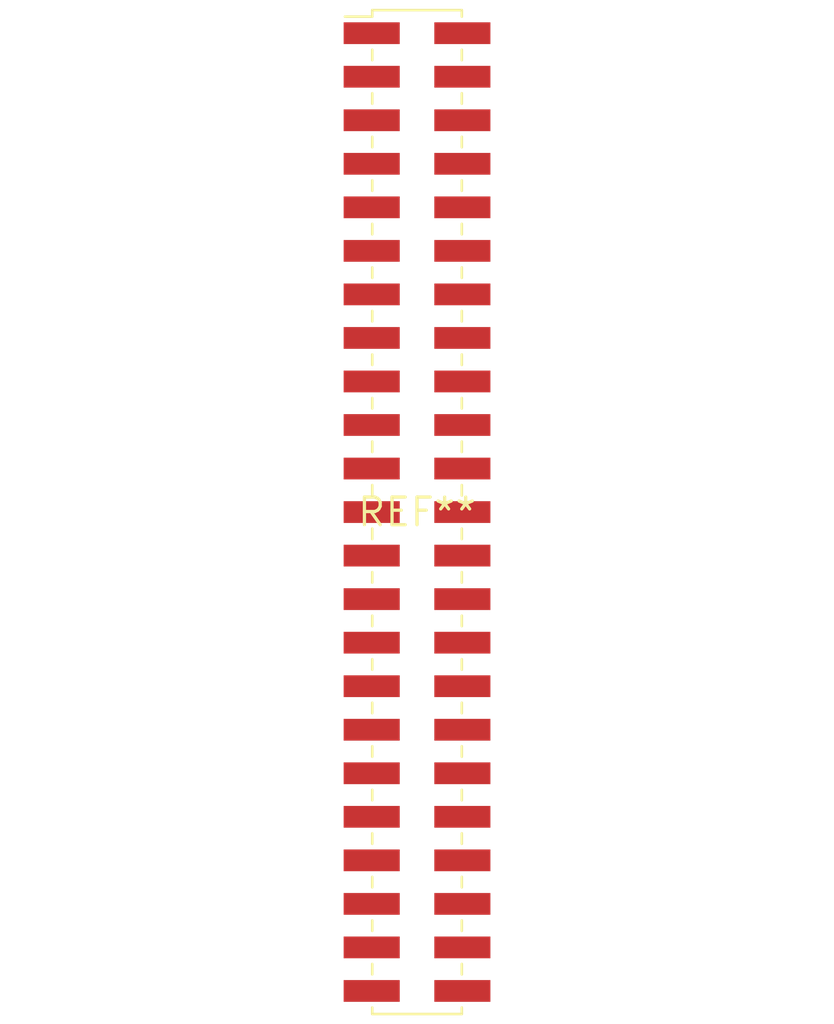
<source format=kicad_pcb>
(kicad_pcb (version 20240108) (generator pcbnew)
  (layers (0 "F.Cu" signal) (31 "B.Cu" signal) (34 "B.Paste" user) (35 "F.Paste" user) (36 "B.SilkS" user "B.Silkscreen") (37 "F.SilkS" user "F.Silkscreen") (38 "B.Mask" user) (39 "F.Mask" user) (44 "Edge.Cuts" user))
  (net 0 "")
  (footprint "PinHeader_2x23_P2.00mm_Vertical_SMD" (layer "F.Cu") (at 0 0)
    (property "Reference" "REF**")
    (property "Value" "PinHeader_2x23_P2.00mm_Vertical_SMD")
    (fp_line (start -3.315 -22.76) (end -2.06 -22.76) (layer "F.SilkS") (stroke (width 0.12)))
    (fp_line (start -2.06 -23.06) (end -2.06 -22.76) (layer "F.SilkS") (stroke (width 0.12)))
    (fp_line (start -2.06 -23.06) (end 2.06 -23.06) (layer "F.SilkS") (stroke (width 0.12)))
    (fp_line (start -2.06 -21.24) (end -2.06 -20.76) (layer "F.SilkS") (stroke (width 0.12)))
    (fp_line (start -2.06 -19.24) (end -2.06 -18.76) (layer "F.SilkS") (stroke (width 0.12)))
    (fp_line (start -2.06 -17.24) (end -2.06 -16.76) (layer "F.SilkS") (stroke (width 0.12)))
    (fp_line (start -2.06 -15.24) (end -2.06 -14.76) (layer "F.SilkS") (stroke (width 0.12)))
    (fp_line (start -2.06 -13.24) (end -2.06 -12.76) (layer "F.SilkS") (stroke (width 0.12)))
    (fp_line (start -2.06 -11.24) (end -2.06 -10.76) (layer "F.SilkS") (stroke (width 0.12)))
    (fp_line (start -2.06 -9.24) (end -2.06 -8.76) (layer "F.SilkS") (stroke (width 0.12)))
    (fp_line (start -2.06 -7.24) (end -2.06 -6.76) (layer "F.SilkS") (stroke (width 0.12)))
    (fp_line (start -2.06 -5.24) (end -2.06 -4.76) (layer "F.SilkS") (stroke (width 0.12)))
    (fp_line (start -2.06 -3.24) (end -2.06 -2.76) (layer "F.SilkS") (stroke (width 0.12)))
    (fp_line (start -2.06 -1.24) (end -2.06 -0.76) (layer "F.SilkS") (stroke (width 0.12)))
    (fp_line (start -2.06 0.76) (end -2.06 1.24) (layer "F.SilkS") (stroke (width 0.12)))
    (fp_line (start -2.06 2.76) (end -2.06 3.24) (layer "F.SilkS") (stroke (width 0.12)))
    (fp_line (start -2.06 4.76) (end -2.06 5.24) (layer "F.SilkS") (stroke (width 0.12)))
    (fp_line (start -2.06 6.76) (end -2.06 7.24) (layer "F.SilkS") (stroke (width 0.12)))
    (fp_line (start -2.06 8.76) (end -2.06 9.24) (layer "F.SilkS") (stroke (width 0.12)))
    (fp_line (start -2.06 10.76) (end -2.06 11.24) (layer "F.SilkS") (stroke (width 0.12)))
    (fp_line (start -2.06 12.76) (end -2.06 13.24) (layer "F.SilkS") (stroke (width 0.12)))
    (fp_line (start -2.06 14.76) (end -2.06 15.24) (layer "F.SilkS") (stroke (width 0.12)))
    (fp_line (start -2.06 16.76) (end -2.06 17.24) (layer "F.SilkS") (stroke (width 0.12)))
    (fp_line (start -2.06 18.76) (end -2.06 19.24) (layer "F.SilkS") (stroke (width 0.12)))
    (fp_line (start -2.06 20.76) (end -2.06 21.24) (layer "F.SilkS") (stroke (width 0.12)))
    (fp_line (start -2.06 22.76) (end -2.06 23.06) (layer "F.SilkS") (stroke (width 0.12)))
    (fp_line (start -2.06 23.06) (end 2.06 23.06) (layer "F.SilkS") (stroke (width 0.12)))
    (fp_line (start 2.06 -23.06) (end 2.06 -22.76) (layer "F.SilkS") (stroke (width 0.12)))
    (fp_line (start 2.06 -21.24) (end 2.06 -20.76) (layer "F.SilkS") (stroke (width 0.12)))
    (fp_line (start 2.06 -19.24) (end 2.06 -18.76) (layer "F.SilkS") (stroke (width 0.12)))
    (fp_line (start 2.06 -17.24) (end 2.06 -16.76) (layer "F.SilkS") (stroke (width 0.12)))
    (fp_line (start 2.06 -15.24) (end 2.06 -14.76) (layer "F.SilkS") (stroke (width 0.12)))
    (fp_line (start 2.06 -13.24) (end 2.06 -12.76) (layer "F.SilkS") (stroke (width 0.12)))
    (fp_line (start 2.06 -11.24) (end 2.06 -10.76) (layer "F.SilkS") (stroke (width 0.12)))
    (fp_line (start 2.06 -9.24) (end 2.06 -8.76) (layer "F.SilkS") (stroke (width 0.12)))
    (fp_line (start 2.06 -7.24) (end 2.06 -6.76) (layer "F.SilkS") (stroke (width 0.12)))
    (fp_line (start 2.06 -5.24) (end 2.06 -4.76) (layer "F.SilkS") (stroke (width 0.12)))
    (fp_line (start 2.06 -3.24) (end 2.06 -2.76) (layer "F.SilkS") (stroke (width 0.12)))
    (fp_line (start 2.06 -1.24) (end 2.06 -0.76) (layer "F.SilkS") (stroke (width 0.12)))
    (fp_line (start 2.06 0.76) (end 2.06 1.24) (layer "F.SilkS") (stroke (width 0.12)))
    (fp_line (start 2.06 2.76) (end 2.06 3.24) (layer "F.SilkS") (stroke (width 0.12)))
    (fp_line (start 2.06 4.76) (end 2.06 5.24) (layer "F.SilkS") (stroke (width 0.12)))
    (fp_line (start 2.06 6.76) (end 2.06 7.24) (layer "F.SilkS") (stroke (width 0.12)))
    (fp_line (start 2.06 8.76) (end 2.06 9.24) (layer "F.SilkS") (stroke (width 0.12)))
    (fp_line (start 2.06 10.76) (end 2.06 11.24) (layer "F.SilkS") (stroke (width 0.12)))
    (fp_line (start 2.06 12.76) (end 2.06 13.24) (layer "F.SilkS") (stroke (width 0.12)))
    (fp_line (start 2.06 14.76) (end 2.06 15.24) (layer "F.SilkS") (stroke (width 0.12)))
    (fp_line (start 2.06 16.76) (end 2.06 17.24) (layer "F.SilkS") (stroke (width 0.12)))
    (fp_line (start 2.06 18.76) (end 2.06 19.24) (layer "F.SilkS") (stroke (width 0.12)))
    (fp_line (start 2.06 20.76) (end 2.06 21.24) (layer "F.SilkS") (stroke (width 0.12)))
    (fp_line (start 2.06 22.76) (end 2.06 23.06) (layer "F.SilkS") (stroke (width 0.12)))
    (pad "1" smd rect (at -2.085 -22) (size 2.58 1) (layers "F.Cu" "F.Paste" "F.Mask"))
    (pad "2" smd rect (at 2.085 -22) (size 2.58 1) (layers "F.Cu" "F.Paste" "F.Mask"))
    (pad "3" smd rect (at -2.085 -20) (size 2.58 1) (layers "F.Cu" "F.Paste" "F.Mask"))
    (pad "4" smd rect (at 2.085 -20) (size 2.58 1) (layers "F.Cu" "F.Paste" "F.Mask"))
    (pad "5" smd rect (at -2.085 -18) (size 2.58 1) (layers "F.Cu" "F.Paste" "F.Mask"))
    (pad "6" smd rect (at 2.085 -18) (size 2.58 1) (layers "F.Cu" "F.Paste" "F.Mask"))
    (pad "7" smd rect (at -2.085 -16) (size 2.58 1) (layers "F.Cu" "F.Paste" "F.Mask"))
    (pad "8" smd rect (at 2.085 -16) (size 2.58 1) (layers "F.Cu" "F.Paste" "F.Mask"))
    (pad "9" smd rect (at -2.085 -14) (size 2.58 1) (layers "F.Cu" "F.Paste" "F.Mask"))
    (pad "10" smd rect (at 2.085 -14) (size 2.58 1) (layers "F.Cu" "F.Paste" "F.Mask"))
    (pad "11" smd rect (at -2.085 -12) (size 2.58 1) (layers "F.Cu" "F.Paste" "F.Mask"))
    (pad "12" smd rect (at 2.085 -12) (size 2.58 1) (layers "F.Cu" "F.Paste" "F.Mask"))
    (pad "13" smd rect (at -2.085 -10) (size 2.58 1) (layers "F.Cu" "F.Paste" "F.Mask"))
    (pad "14" smd rect (at 2.085 -10) (size 2.58 1) (layers "F.Cu" "F.Paste" "F.Mask"))
    (pad "15" smd rect (at -2.085 -8) (size 2.58 1) (layers "F.Cu" "F.Paste" "F.Mask"))
    (pad "16" smd rect (at 2.085 -8) (size 2.58 1) (layers "F.Cu" "F.Paste" "F.Mask"))
    (pad "17" smd rect (at -2.085 -6) (size 2.58 1) (layers "F.Cu" "F.Paste" "F.Mask"))
    (pad "18" smd rect (at 2.085 -6) (size 2.58 1) (layers "F.Cu" "F.Paste" "F.Mask"))
    (pad "19" smd rect (at -2.085 -4) (size 2.58 1) (layers "F.Cu" "F.Paste" "F.Mask"))
    (pad "20" smd rect (at 2.085 -4) (size 2.58 1) (layers "F.Cu" "F.Paste" "F.Mask"))
    (pad "21" smd rect (at -2.085 -2) (size 2.58 1) (layers "F.Cu" "F.Paste" "F.Mask"))
    (pad "22" smd rect (at 2.085 -2) (size 2.58 1) (layers "F.Cu" "F.Paste" "F.Mask"))
    (pad "23" smd rect (at -2.085 0) (size 2.58 1) (layers "F.Cu" "F.Paste" "F.Mask"))
    (pad "24" smd rect (at 2.085 0) (size 2.58 1) (layers "F.Cu" "F.Paste" "F.Mask"))
    (pad "25" smd rect (at -2.085 2) (size 2.58 1) (layers "F.Cu" "F.Paste" "F.Mask"))
    (pad "26" smd rect (at 2.085 2) (size 2.58 1) (layers "F.Cu" "F.Paste" "F.Mask"))
    (pad "27" smd rect (at -2.085 4) (size 2.58 1) (layers "F.Cu" "F.Paste" "F.Mask"))
    (pad "28" smd rect (at 2.085 4) (size 2.58 1) (layers "F.Cu" "F.Paste" "F.Mask"))
    (pad "29" smd rect (at -2.085 6) (size 2.58 1) (layers "F.Cu" "F.Paste" "F.Mask"))
    (pad "30" smd rect (at 2.085 6) (size 2.58 1) (layers "F.Cu" "F.Paste" "F.Mask"))
    (pad "31" smd rect (at -2.085 8) (size 2.58 1) (layers "F.Cu" "F.Paste" "F.Mask"))
    (pad "32" smd rect (at 2.085 8) (size 2.58 1) (layers "F.Cu" "F.Paste" "F.Mask"))
    (pad "33" smd rect (at -2.085 10) (size 2.58 1) (layers "F.Cu" "F.Paste" "F.Mask"))
    (pad "34" smd rect (at 2.085 10) (size 2.58 1) (layers "F.Cu" "F.Paste" "F.Mask"))
    (pad "35" smd rect (at -2.085 12) (size 2.58 1) (layers "F.Cu" "F.Paste" "F.Mask"))
    (pad "36" smd rect (at 2.085 12) (size 2.58 1) (layers "F.Cu" "F.Paste" "F.Mask"))
    (pad "37" smd rect (at -2.085 14) (size 2.58 1) (layers "F.Cu" "F.Paste" "F.Mask"))
    (pad "38" smd rect (at 2.085 14) (size 2.58 1) (layers "F.Cu" "F.Paste" "F.Mask"))
    (pad "39" smd rect (at -2.085 16) (size 2.58 1) (layers "F.Cu" "F.Paste" "F.Mask"))
    (pad "40" smd rect (at 2.085 16) (size 2.58 1) (layers "F.Cu" "F.Paste" "F.Mask"))
    (pad "41" smd rect (at -2.085 18) (size 2.58 1) (layers "F.Cu" "F.Paste" "F.Mask"))
    (pad "42" smd rect (at 2.085 18) (size 2.58 1) (layers "F.Cu" "F.Paste" "F.Mask"))
    (pad "43" smd rect (at -2.085 20) (size 2.58 1) (layers "F.Cu" "F.Paste" "F.Mask"))
    (pad "44" smd rect (at 2.085 20) (size 2.58 1) (layers "F.Cu" "F.Paste" "F.Mask"))
    (pad "45" smd rect (at -2.085 22) (size 2.58 1) (layers "F.Cu" "F.Paste" "F.Mask"))
    (pad "46" smd rect (at 2.085 22) (size 2.58 1) (layers "F.Cu" "F.Paste" "F.Mask"))
  )
)
</source>
